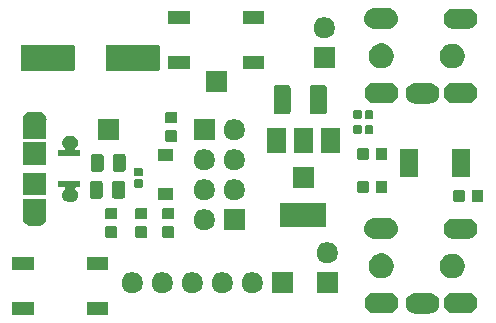
<source format=gbr>
G04 #@! TF.GenerationSoftware,KiCad,Pcbnew,5.1.6+dfsg1-1*
G04 #@! TF.CreationDate,2021-02-27T20:02:44-07:00*
G04 #@! TF.ProjectId,CurrentSensorV1,43757272-656e-4745-9365-6e736f725631,rev?*
G04 #@! TF.SameCoordinates,Original*
G04 #@! TF.FileFunction,Soldermask,Top*
G04 #@! TF.FilePolarity,Negative*
%FSLAX46Y46*%
G04 Gerber Fmt 4.6, Leading zero omitted, Abs format (unit mm)*
G04 Created by KiCad (PCBNEW 5.1.6+dfsg1-1) date 2021-02-27 20:02:44*
%MOMM*%
%LPD*%
G01*
G04 APERTURE LIST*
%ADD10C,0.100000*%
G04 APERTURE END LIST*
D10*
G36*
X141211000Y-91605001D02*
G01*
X139409002Y-91605001D01*
X139409002Y-90503001D01*
X141211000Y-90503001D01*
X141211000Y-91605001D01*
G37*
G36*
X134911003Y-91605001D02*
G01*
X133109005Y-91605001D01*
X133109005Y-90503001D01*
X134911003Y-90503001D01*
X134911003Y-91605001D01*
G37*
G36*
X168549684Y-89768955D02*
G01*
X168714815Y-89819047D01*
X168866993Y-89900388D01*
X169000383Y-90009857D01*
X169109852Y-90143247D01*
X169191193Y-90295425D01*
X169241285Y-90460556D01*
X169258198Y-90632280D01*
X169241285Y-90804004D01*
X169191193Y-90969135D01*
X169109852Y-91121313D01*
X169000383Y-91254703D01*
X168866993Y-91364172D01*
X168714815Y-91445513D01*
X168549684Y-91495605D01*
X168420992Y-91508280D01*
X167234928Y-91508280D01*
X167106236Y-91495605D01*
X166941105Y-91445513D01*
X166788927Y-91364172D01*
X166655537Y-91254703D01*
X166546068Y-91121313D01*
X166464727Y-90969135D01*
X166414635Y-90804004D01*
X166397722Y-90632280D01*
X166414635Y-90460556D01*
X166464727Y-90295425D01*
X166546068Y-90143247D01*
X166655537Y-90009857D01*
X166788927Y-89900388D01*
X166941105Y-89819047D01*
X167106236Y-89768955D01*
X167234928Y-89756280D01*
X168420992Y-89756280D01*
X168549684Y-89768955D01*
G37*
G36*
X165080044Y-89753715D02*
G01*
X165245175Y-89803807D01*
X165397353Y-89885148D01*
X165530743Y-89994617D01*
X165640212Y-90128007D01*
X165721553Y-90280185D01*
X165771645Y-90445316D01*
X165788558Y-90617040D01*
X165771645Y-90788764D01*
X165721553Y-90953895D01*
X165640212Y-91106073D01*
X165530743Y-91239463D01*
X165397353Y-91348932D01*
X165245175Y-91430273D01*
X165080044Y-91480365D01*
X164951352Y-91493040D01*
X163765288Y-91493040D01*
X163636596Y-91480365D01*
X163471465Y-91430273D01*
X163319287Y-91348932D01*
X163185897Y-91239463D01*
X163076428Y-91106073D01*
X162995087Y-90953895D01*
X162944995Y-90788764D01*
X162928082Y-90617040D01*
X162944995Y-90445316D01*
X162995087Y-90280185D01*
X163076428Y-90128007D01*
X163185897Y-89994617D01*
X163319287Y-89885148D01*
X163471465Y-89803807D01*
X163636596Y-89753715D01*
X163765288Y-89741040D01*
X164951352Y-89741040D01*
X165080044Y-89753715D01*
G37*
G36*
X171770404Y-89753715D02*
G01*
X171935535Y-89803807D01*
X172087713Y-89885148D01*
X172221103Y-89994617D01*
X172330572Y-90128007D01*
X172411913Y-90280185D01*
X172462005Y-90445316D01*
X172478918Y-90617040D01*
X172462005Y-90788764D01*
X172411913Y-90953895D01*
X172330572Y-91106073D01*
X172221103Y-91239463D01*
X172087713Y-91348932D01*
X171935535Y-91430273D01*
X171770404Y-91480365D01*
X171641712Y-91493040D01*
X170455648Y-91493040D01*
X170326956Y-91480365D01*
X170161825Y-91430273D01*
X170009647Y-91348932D01*
X169876257Y-91239463D01*
X169766788Y-91106073D01*
X169685447Y-90953895D01*
X169635355Y-90788764D01*
X169618442Y-90617040D01*
X169635355Y-90445316D01*
X169685447Y-90280185D01*
X169766788Y-90128007D01*
X169876257Y-89994617D01*
X170009647Y-89885148D01*
X170161825Y-89803807D01*
X170326956Y-89753715D01*
X170455648Y-89741040D01*
X171641712Y-89741040D01*
X171770404Y-89753715D01*
G37*
G36*
X148449512Y-88003927D02*
G01*
X148598812Y-88033624D01*
X148762784Y-88101544D01*
X148910354Y-88200147D01*
X149035853Y-88325646D01*
X149134456Y-88473216D01*
X149202376Y-88637188D01*
X149237000Y-88811259D01*
X149237000Y-88988741D01*
X149202376Y-89162812D01*
X149134456Y-89326784D01*
X149035853Y-89474354D01*
X148910354Y-89599853D01*
X148762784Y-89698456D01*
X148598812Y-89766376D01*
X148449512Y-89796073D01*
X148424742Y-89801000D01*
X148247258Y-89801000D01*
X148222488Y-89796073D01*
X148073188Y-89766376D01*
X147909216Y-89698456D01*
X147761646Y-89599853D01*
X147636147Y-89474354D01*
X147537544Y-89326784D01*
X147469624Y-89162812D01*
X147435000Y-88988741D01*
X147435000Y-88811259D01*
X147469624Y-88637188D01*
X147537544Y-88473216D01*
X147636147Y-88325646D01*
X147761646Y-88200147D01*
X147909216Y-88101544D01*
X148073188Y-88033624D01*
X148222488Y-88003927D01*
X148247258Y-87999000D01*
X148424742Y-87999000D01*
X148449512Y-88003927D01*
G37*
G36*
X145909512Y-88003927D02*
G01*
X146058812Y-88033624D01*
X146222784Y-88101544D01*
X146370354Y-88200147D01*
X146495853Y-88325646D01*
X146594456Y-88473216D01*
X146662376Y-88637188D01*
X146697000Y-88811259D01*
X146697000Y-88988741D01*
X146662376Y-89162812D01*
X146594456Y-89326784D01*
X146495853Y-89474354D01*
X146370354Y-89599853D01*
X146222784Y-89698456D01*
X146058812Y-89766376D01*
X145909512Y-89796073D01*
X145884742Y-89801000D01*
X145707258Y-89801000D01*
X145682488Y-89796073D01*
X145533188Y-89766376D01*
X145369216Y-89698456D01*
X145221646Y-89599853D01*
X145096147Y-89474354D01*
X144997544Y-89326784D01*
X144929624Y-89162812D01*
X144895000Y-88988741D01*
X144895000Y-88811259D01*
X144929624Y-88637188D01*
X144997544Y-88473216D01*
X145096147Y-88325646D01*
X145221646Y-88200147D01*
X145369216Y-88101544D01*
X145533188Y-88033624D01*
X145682488Y-88003927D01*
X145707258Y-87999000D01*
X145884742Y-87999000D01*
X145909512Y-88003927D01*
G37*
G36*
X143369512Y-88003927D02*
G01*
X143518812Y-88033624D01*
X143682784Y-88101544D01*
X143830354Y-88200147D01*
X143955853Y-88325646D01*
X144054456Y-88473216D01*
X144122376Y-88637188D01*
X144157000Y-88811259D01*
X144157000Y-88988741D01*
X144122376Y-89162812D01*
X144054456Y-89326784D01*
X143955853Y-89474354D01*
X143830354Y-89599853D01*
X143682784Y-89698456D01*
X143518812Y-89766376D01*
X143369512Y-89796073D01*
X143344742Y-89801000D01*
X143167258Y-89801000D01*
X143142488Y-89796073D01*
X142993188Y-89766376D01*
X142829216Y-89698456D01*
X142681646Y-89599853D01*
X142556147Y-89474354D01*
X142457544Y-89326784D01*
X142389624Y-89162812D01*
X142355000Y-88988741D01*
X142355000Y-88811259D01*
X142389624Y-88637188D01*
X142457544Y-88473216D01*
X142556147Y-88325646D01*
X142681646Y-88200147D01*
X142829216Y-88101544D01*
X142993188Y-88033624D01*
X143142488Y-88003927D01*
X143167258Y-87999000D01*
X143344742Y-87999000D01*
X143369512Y-88003927D01*
G37*
G36*
X160667000Y-89801000D02*
G01*
X158865000Y-89801000D01*
X158865000Y-87999000D01*
X160667000Y-87999000D01*
X160667000Y-89801000D01*
G37*
G36*
X150989512Y-88003927D02*
G01*
X151138812Y-88033624D01*
X151302784Y-88101544D01*
X151450354Y-88200147D01*
X151575853Y-88325646D01*
X151674456Y-88473216D01*
X151742376Y-88637188D01*
X151777000Y-88811259D01*
X151777000Y-88988741D01*
X151742376Y-89162812D01*
X151674456Y-89326784D01*
X151575853Y-89474354D01*
X151450354Y-89599853D01*
X151302784Y-89698456D01*
X151138812Y-89766376D01*
X150989512Y-89796073D01*
X150964742Y-89801000D01*
X150787258Y-89801000D01*
X150762488Y-89796073D01*
X150613188Y-89766376D01*
X150449216Y-89698456D01*
X150301646Y-89599853D01*
X150176147Y-89474354D01*
X150077544Y-89326784D01*
X150009624Y-89162812D01*
X149975000Y-88988741D01*
X149975000Y-88811259D01*
X150009624Y-88637188D01*
X150077544Y-88473216D01*
X150176147Y-88325646D01*
X150301646Y-88200147D01*
X150449216Y-88101544D01*
X150613188Y-88033624D01*
X150762488Y-88003927D01*
X150787258Y-87999000D01*
X150964742Y-87999000D01*
X150989512Y-88003927D01*
G37*
G36*
X153529512Y-88003927D02*
G01*
X153678812Y-88033624D01*
X153842784Y-88101544D01*
X153990354Y-88200147D01*
X154115853Y-88325646D01*
X154214456Y-88473216D01*
X154282376Y-88637188D01*
X154317000Y-88811259D01*
X154317000Y-88988741D01*
X154282376Y-89162812D01*
X154214456Y-89326784D01*
X154115853Y-89474354D01*
X153990354Y-89599853D01*
X153842784Y-89698456D01*
X153678812Y-89766376D01*
X153529512Y-89796073D01*
X153504742Y-89801000D01*
X153327258Y-89801000D01*
X153302488Y-89796073D01*
X153153188Y-89766376D01*
X152989216Y-89698456D01*
X152841646Y-89599853D01*
X152716147Y-89474354D01*
X152617544Y-89326784D01*
X152549624Y-89162812D01*
X152515000Y-88988741D01*
X152515000Y-88811259D01*
X152549624Y-88637188D01*
X152617544Y-88473216D01*
X152716147Y-88325646D01*
X152841646Y-88200147D01*
X152989216Y-88101544D01*
X153153188Y-88033624D01*
X153302488Y-88003927D01*
X153327258Y-87999000D01*
X153504742Y-87999000D01*
X153529512Y-88003927D01*
G37*
G36*
X156857000Y-89801000D02*
G01*
X155055000Y-89801000D01*
X155055000Y-87999000D01*
X156857000Y-87999000D01*
X156857000Y-89801000D01*
G37*
G36*
X170659284Y-86477149D02*
G01*
X170850553Y-86556375D01*
X170850555Y-86556376D01*
X171022693Y-86671395D01*
X171169085Y-86817787D01*
X171246973Y-86934354D01*
X171284105Y-86989927D01*
X171363331Y-87181196D01*
X171403720Y-87384244D01*
X171403720Y-87591276D01*
X171363331Y-87794324D01*
X171290417Y-87970355D01*
X171284104Y-87985595D01*
X171169085Y-88157733D01*
X171022693Y-88304125D01*
X170850555Y-88419144D01*
X170850554Y-88419145D01*
X170850553Y-88419145D01*
X170659284Y-88498371D01*
X170456236Y-88538760D01*
X170249204Y-88538760D01*
X170046156Y-88498371D01*
X169854887Y-88419145D01*
X169854886Y-88419145D01*
X169854885Y-88419144D01*
X169682747Y-88304125D01*
X169536355Y-88157733D01*
X169421336Y-87985595D01*
X169415023Y-87970355D01*
X169342109Y-87794324D01*
X169301720Y-87591276D01*
X169301720Y-87384244D01*
X169342109Y-87181196D01*
X169421335Y-86989927D01*
X169458468Y-86934354D01*
X169536355Y-86817787D01*
X169682747Y-86671395D01*
X169854885Y-86556376D01*
X169854887Y-86556375D01*
X170046156Y-86477149D01*
X170249204Y-86436760D01*
X170456236Y-86436760D01*
X170659284Y-86477149D01*
G37*
G36*
X164649644Y-86461909D02*
G01*
X164840913Y-86541135D01*
X164840915Y-86541136D01*
X165013053Y-86656155D01*
X165159445Y-86802547D01*
X165247516Y-86934354D01*
X165274465Y-86974687D01*
X165353691Y-87165956D01*
X165394080Y-87369004D01*
X165394080Y-87576036D01*
X165353691Y-87779084D01*
X165274465Y-87970353D01*
X165274464Y-87970355D01*
X165159445Y-88142493D01*
X165013053Y-88288885D01*
X164840915Y-88403904D01*
X164840914Y-88403905D01*
X164840913Y-88403905D01*
X164649644Y-88483131D01*
X164446596Y-88523520D01*
X164239564Y-88523520D01*
X164036516Y-88483131D01*
X163845247Y-88403905D01*
X163845246Y-88403905D01*
X163845245Y-88403904D01*
X163673107Y-88288885D01*
X163526715Y-88142493D01*
X163411696Y-87970355D01*
X163411695Y-87970353D01*
X163332469Y-87779084D01*
X163292080Y-87576036D01*
X163292080Y-87369004D01*
X163332469Y-87165956D01*
X163411695Y-86974687D01*
X163438645Y-86934354D01*
X163526715Y-86802547D01*
X163673107Y-86656155D01*
X163845245Y-86541136D01*
X163845247Y-86541135D01*
X164036516Y-86461909D01*
X164239564Y-86421520D01*
X164446596Y-86421520D01*
X164649644Y-86461909D01*
G37*
G36*
X141211000Y-87805004D02*
G01*
X139409002Y-87805004D01*
X139409002Y-86703004D01*
X141211000Y-86703004D01*
X141211000Y-87805004D01*
G37*
G36*
X134911003Y-87805004D02*
G01*
X133109005Y-87805004D01*
X133109005Y-86703004D01*
X134911003Y-86703004D01*
X134911003Y-87805004D01*
G37*
G36*
X159879512Y-85463927D02*
G01*
X160028812Y-85493624D01*
X160192784Y-85561544D01*
X160340354Y-85660147D01*
X160465853Y-85785646D01*
X160564456Y-85933216D01*
X160632376Y-86097188D01*
X160667000Y-86271259D01*
X160667000Y-86448741D01*
X160632376Y-86622812D01*
X160564456Y-86786784D01*
X160465853Y-86934354D01*
X160340354Y-87059853D01*
X160192784Y-87158456D01*
X160028812Y-87226376D01*
X159879512Y-87256073D01*
X159854742Y-87261000D01*
X159677258Y-87261000D01*
X159652488Y-87256073D01*
X159503188Y-87226376D01*
X159339216Y-87158456D01*
X159191646Y-87059853D01*
X159066147Y-86934354D01*
X158967544Y-86786784D01*
X158899624Y-86622812D01*
X158865000Y-86448741D01*
X158865000Y-86271259D01*
X158899624Y-86097188D01*
X158967544Y-85933216D01*
X159066147Y-85785646D01*
X159191646Y-85660147D01*
X159339216Y-85561544D01*
X159503188Y-85493624D01*
X159652488Y-85463927D01*
X159677258Y-85459000D01*
X159854742Y-85459000D01*
X159879512Y-85463927D01*
G37*
G36*
X171770404Y-83474835D02*
G01*
X171875142Y-83506607D01*
X171932048Y-83523869D01*
X171935535Y-83524927D01*
X172087713Y-83606268D01*
X172221103Y-83715737D01*
X172330572Y-83849127D01*
X172411913Y-84001305D01*
X172462005Y-84166436D01*
X172478918Y-84338160D01*
X172462005Y-84509884D01*
X172411913Y-84675015D01*
X172330572Y-84827193D01*
X172221103Y-84960583D01*
X172087713Y-85070052D01*
X171935535Y-85151393D01*
X171770404Y-85201485D01*
X171641712Y-85214160D01*
X170455648Y-85214160D01*
X170326956Y-85201485D01*
X170161825Y-85151393D01*
X170009647Y-85070052D01*
X169876257Y-84960583D01*
X169766788Y-84827193D01*
X169685447Y-84675015D01*
X169635355Y-84509884D01*
X169618442Y-84338160D01*
X169635355Y-84166436D01*
X169685447Y-84001305D01*
X169766788Y-83849127D01*
X169876257Y-83715737D01*
X170009647Y-83606268D01*
X170161825Y-83524927D01*
X170165313Y-83523869D01*
X170222218Y-83506607D01*
X170326956Y-83474835D01*
X170455648Y-83462160D01*
X171641712Y-83462160D01*
X171770404Y-83474835D01*
G37*
G36*
X165049564Y-83449435D02*
G01*
X165214695Y-83499527D01*
X165366873Y-83580868D01*
X165500263Y-83690337D01*
X165609732Y-83823727D01*
X165691073Y-83975905D01*
X165741165Y-84141036D01*
X165758078Y-84312760D01*
X165741165Y-84484484D01*
X165691073Y-84649615D01*
X165609732Y-84801793D01*
X165500263Y-84935183D01*
X165366873Y-85044652D01*
X165214695Y-85125993D01*
X165049564Y-85176085D01*
X164920872Y-85188760D01*
X163734808Y-85188760D01*
X163606116Y-85176085D01*
X163440985Y-85125993D01*
X163288807Y-85044652D01*
X163155417Y-84935183D01*
X163045948Y-84801793D01*
X162964607Y-84649615D01*
X162914515Y-84484484D01*
X162897602Y-84312760D01*
X162914515Y-84141036D01*
X162964607Y-83975905D01*
X163045948Y-83823727D01*
X163155417Y-83690337D01*
X163288807Y-83580868D01*
X163440985Y-83499527D01*
X163606116Y-83449435D01*
X163734808Y-83436760D01*
X164920872Y-83436760D01*
X165049564Y-83449435D01*
G37*
G36*
X146683591Y-84123085D02*
G01*
X146717569Y-84133393D01*
X146748890Y-84150134D01*
X146776339Y-84172661D01*
X146798866Y-84200110D01*
X146815607Y-84231431D01*
X146825915Y-84265409D01*
X146830000Y-84306890D01*
X146830000Y-84908110D01*
X146825915Y-84949591D01*
X146815607Y-84983569D01*
X146798866Y-85014890D01*
X146776339Y-85042339D01*
X146748890Y-85064866D01*
X146717569Y-85081607D01*
X146683591Y-85091915D01*
X146642110Y-85096000D01*
X145965890Y-85096000D01*
X145924409Y-85091915D01*
X145890431Y-85081607D01*
X145859110Y-85064866D01*
X145831661Y-85042339D01*
X145809134Y-85014890D01*
X145792393Y-84983569D01*
X145782085Y-84949591D01*
X145778000Y-84908110D01*
X145778000Y-84306890D01*
X145782085Y-84265409D01*
X145792393Y-84231431D01*
X145809134Y-84200110D01*
X145831661Y-84172661D01*
X145859110Y-84150134D01*
X145890431Y-84133393D01*
X145924409Y-84123085D01*
X145965890Y-84119000D01*
X146642110Y-84119000D01*
X146683591Y-84123085D01*
G37*
G36*
X144397591Y-84123085D02*
G01*
X144431569Y-84133393D01*
X144462890Y-84150134D01*
X144490339Y-84172661D01*
X144512866Y-84200110D01*
X144529607Y-84231431D01*
X144539915Y-84265409D01*
X144544000Y-84306890D01*
X144544000Y-84908110D01*
X144539915Y-84949591D01*
X144529607Y-84983569D01*
X144512866Y-85014890D01*
X144490339Y-85042339D01*
X144462890Y-85064866D01*
X144431569Y-85081607D01*
X144397591Y-85091915D01*
X144356110Y-85096000D01*
X143679890Y-85096000D01*
X143638409Y-85091915D01*
X143604431Y-85081607D01*
X143573110Y-85064866D01*
X143545661Y-85042339D01*
X143523134Y-85014890D01*
X143506393Y-84983569D01*
X143496085Y-84949591D01*
X143492000Y-84908110D01*
X143492000Y-84306890D01*
X143496085Y-84265409D01*
X143506393Y-84231431D01*
X143523134Y-84200110D01*
X143545661Y-84172661D01*
X143573110Y-84150134D01*
X143604431Y-84133393D01*
X143638409Y-84123085D01*
X143679890Y-84119000D01*
X144356110Y-84119000D01*
X144397591Y-84123085D01*
G37*
G36*
X141857591Y-84123085D02*
G01*
X141891569Y-84133393D01*
X141922890Y-84150134D01*
X141950339Y-84172661D01*
X141972866Y-84200110D01*
X141989607Y-84231431D01*
X141999915Y-84265409D01*
X142004000Y-84306890D01*
X142004000Y-84908110D01*
X141999915Y-84949591D01*
X141989607Y-84983569D01*
X141972866Y-85014890D01*
X141950339Y-85042339D01*
X141922890Y-85064866D01*
X141891569Y-85081607D01*
X141857591Y-85091915D01*
X141816110Y-85096000D01*
X141139890Y-85096000D01*
X141098409Y-85091915D01*
X141064431Y-85081607D01*
X141033110Y-85064866D01*
X141005661Y-85042339D01*
X140983134Y-85014890D01*
X140966393Y-84983569D01*
X140956085Y-84949591D01*
X140952000Y-84908110D01*
X140952000Y-84306890D01*
X140956085Y-84265409D01*
X140966393Y-84231431D01*
X140983134Y-84200110D01*
X141005661Y-84172661D01*
X141033110Y-84150134D01*
X141064431Y-84133393D01*
X141098409Y-84123085D01*
X141139890Y-84119000D01*
X141816110Y-84119000D01*
X141857591Y-84123085D01*
G37*
G36*
X152793000Y-84467000D02*
G01*
X150991000Y-84467000D01*
X150991000Y-82665000D01*
X152793000Y-82665000D01*
X152793000Y-84467000D01*
G37*
G36*
X149465512Y-82669927D02*
G01*
X149614812Y-82699624D01*
X149778784Y-82767544D01*
X149926354Y-82866147D01*
X150051853Y-82991646D01*
X150150456Y-83139216D01*
X150218376Y-83303188D01*
X150253000Y-83477259D01*
X150253000Y-83654741D01*
X150218376Y-83828812D01*
X150150456Y-83992784D01*
X150051853Y-84140354D01*
X149926354Y-84265853D01*
X149778784Y-84364456D01*
X149614812Y-84432376D01*
X149465512Y-84462073D01*
X149440742Y-84467000D01*
X149263258Y-84467000D01*
X149238488Y-84462073D01*
X149089188Y-84432376D01*
X148925216Y-84364456D01*
X148777646Y-84265853D01*
X148652147Y-84140354D01*
X148553544Y-83992784D01*
X148485624Y-83828812D01*
X148451000Y-83654741D01*
X148451000Y-83477259D01*
X148485624Y-83303188D01*
X148553544Y-83139216D01*
X148652147Y-82991646D01*
X148777646Y-82866147D01*
X148925216Y-82767544D01*
X149089188Y-82699624D01*
X149238488Y-82669927D01*
X149263258Y-82665000D01*
X149440742Y-82665000D01*
X149465512Y-82669927D01*
G37*
G36*
X159685000Y-84211000D02*
G01*
X155783000Y-84211000D01*
X155783000Y-82109000D01*
X159685000Y-82109000D01*
X159685000Y-84211000D01*
G37*
G36*
X135994000Y-83384886D02*
G01*
X135994602Y-83397138D01*
X135997149Y-83423000D01*
X135994602Y-83448862D01*
X135994000Y-83461114D01*
X135994000Y-83515008D01*
X135993382Y-83516164D01*
X135985563Y-83547376D01*
X135984580Y-83550616D01*
X135984580Y-83550618D01*
X135975403Y-83580869D01*
X135947354Y-83673336D01*
X135886906Y-83786425D01*
X135805554Y-83885554D01*
X135706425Y-83966906D01*
X135593336Y-84027354D01*
X135561404Y-84037040D01*
X135470618Y-84064580D01*
X135406855Y-84070860D01*
X135374974Y-84074000D01*
X134611026Y-84074000D01*
X134579145Y-84070860D01*
X134515382Y-84064580D01*
X134424596Y-84037040D01*
X134392664Y-84027354D01*
X134279575Y-83966906D01*
X134180446Y-83885554D01*
X134099094Y-83786425D01*
X134038646Y-83673336D01*
X134010597Y-83580869D01*
X134001420Y-83550618D01*
X134001420Y-83550616D01*
X133998162Y-83539876D01*
X133997723Y-83537672D01*
X133992000Y-83523869D01*
X133992000Y-83461114D01*
X133991398Y-83448862D01*
X133988851Y-83423000D01*
X133991398Y-83397138D01*
X133992000Y-83384886D01*
X133992000Y-81807000D01*
X135994000Y-81807000D01*
X135994000Y-83384886D01*
G37*
G36*
X144397591Y-82548085D02*
G01*
X144431569Y-82558393D01*
X144462890Y-82575134D01*
X144490339Y-82597661D01*
X144512866Y-82625110D01*
X144529607Y-82656431D01*
X144539915Y-82690409D01*
X144544000Y-82731890D01*
X144544000Y-83333110D01*
X144539915Y-83374591D01*
X144529607Y-83408569D01*
X144512866Y-83439890D01*
X144490339Y-83467339D01*
X144462890Y-83489866D01*
X144431569Y-83506607D01*
X144397591Y-83516915D01*
X144356110Y-83521000D01*
X143679890Y-83521000D01*
X143638409Y-83516915D01*
X143604431Y-83506607D01*
X143573110Y-83489866D01*
X143545661Y-83467339D01*
X143523134Y-83439890D01*
X143506393Y-83408569D01*
X143496085Y-83374591D01*
X143492000Y-83333110D01*
X143492000Y-82731890D01*
X143496085Y-82690409D01*
X143506393Y-82656431D01*
X143523134Y-82625110D01*
X143545661Y-82597661D01*
X143573110Y-82575134D01*
X143604431Y-82558393D01*
X143638409Y-82548085D01*
X143679890Y-82544000D01*
X144356110Y-82544000D01*
X144397591Y-82548085D01*
G37*
G36*
X141857591Y-82548085D02*
G01*
X141891569Y-82558393D01*
X141922890Y-82575134D01*
X141950339Y-82597661D01*
X141972866Y-82625110D01*
X141989607Y-82656431D01*
X141999915Y-82690409D01*
X142004000Y-82731890D01*
X142004000Y-83333110D01*
X141999915Y-83374591D01*
X141989607Y-83408569D01*
X141972866Y-83439890D01*
X141950339Y-83467339D01*
X141922890Y-83489866D01*
X141891569Y-83506607D01*
X141857591Y-83516915D01*
X141816110Y-83521000D01*
X141139890Y-83521000D01*
X141098409Y-83516915D01*
X141064431Y-83506607D01*
X141033110Y-83489866D01*
X141005661Y-83467339D01*
X140983134Y-83439890D01*
X140966393Y-83408569D01*
X140956085Y-83374591D01*
X140952000Y-83333110D01*
X140952000Y-82731890D01*
X140956085Y-82690409D01*
X140966393Y-82656431D01*
X140983134Y-82625110D01*
X141005661Y-82597661D01*
X141033110Y-82575134D01*
X141064431Y-82558393D01*
X141098409Y-82548085D01*
X141139890Y-82544000D01*
X141816110Y-82544000D01*
X141857591Y-82548085D01*
G37*
G36*
X146683591Y-82548085D02*
G01*
X146717569Y-82558393D01*
X146748890Y-82575134D01*
X146776339Y-82597661D01*
X146798866Y-82625110D01*
X146815607Y-82656431D01*
X146825915Y-82690409D01*
X146830000Y-82731890D01*
X146830000Y-83333110D01*
X146825915Y-83374591D01*
X146815607Y-83408569D01*
X146798866Y-83439890D01*
X146776339Y-83467339D01*
X146748890Y-83489866D01*
X146717569Y-83506607D01*
X146683591Y-83516915D01*
X146642110Y-83521000D01*
X145965890Y-83521000D01*
X145924409Y-83516915D01*
X145890431Y-83506607D01*
X145859110Y-83489866D01*
X145831661Y-83467339D01*
X145809134Y-83439890D01*
X145792393Y-83408569D01*
X145782085Y-83374591D01*
X145778000Y-83333110D01*
X145778000Y-82731890D01*
X145782085Y-82690409D01*
X145792393Y-82656431D01*
X145809134Y-82625110D01*
X145831661Y-82597661D01*
X145859110Y-82575134D01*
X145890431Y-82558393D01*
X145924409Y-82548085D01*
X145965890Y-82544000D01*
X146642110Y-82544000D01*
X146683591Y-82548085D01*
G37*
G36*
X172833591Y-81012085D02*
G01*
X172867569Y-81022393D01*
X172898890Y-81039134D01*
X172926339Y-81061661D01*
X172948866Y-81089110D01*
X172965607Y-81120431D01*
X172975915Y-81154409D01*
X172980000Y-81195890D01*
X172980000Y-81872110D01*
X172975915Y-81913591D01*
X172965607Y-81947569D01*
X172948866Y-81978890D01*
X172926339Y-82006339D01*
X172898890Y-82028866D01*
X172867569Y-82045607D01*
X172833591Y-82055915D01*
X172792110Y-82060000D01*
X172190890Y-82060000D01*
X172149409Y-82055915D01*
X172115431Y-82045607D01*
X172084110Y-82028866D01*
X172056661Y-82006339D01*
X172034134Y-81978890D01*
X172017393Y-81947569D01*
X172007085Y-81913591D01*
X172003000Y-81872110D01*
X172003000Y-81195890D01*
X172007085Y-81154409D01*
X172017393Y-81120431D01*
X172034134Y-81089110D01*
X172056661Y-81061661D01*
X172084110Y-81039134D01*
X172115431Y-81022393D01*
X172149409Y-81012085D01*
X172190890Y-81008000D01*
X172792110Y-81008000D01*
X172833591Y-81012085D01*
G37*
G36*
X171258591Y-81012085D02*
G01*
X171292569Y-81022393D01*
X171323890Y-81039134D01*
X171351339Y-81061661D01*
X171373866Y-81089110D01*
X171390607Y-81120431D01*
X171400915Y-81154409D01*
X171405000Y-81195890D01*
X171405000Y-81872110D01*
X171400915Y-81913591D01*
X171390607Y-81947569D01*
X171373866Y-81978890D01*
X171351339Y-82006339D01*
X171323890Y-82028866D01*
X171292569Y-82045607D01*
X171258591Y-82055915D01*
X171217110Y-82060000D01*
X170615890Y-82060000D01*
X170574409Y-82055915D01*
X170540431Y-82045607D01*
X170509110Y-82028866D01*
X170481661Y-82006339D01*
X170459134Y-81978890D01*
X170442393Y-81947569D01*
X170432085Y-81913591D01*
X170428000Y-81872110D01*
X170428000Y-81195890D01*
X170432085Y-81154409D01*
X170442393Y-81120431D01*
X170459134Y-81089110D01*
X170481661Y-81061661D01*
X170509110Y-81039134D01*
X170540431Y-81022393D01*
X170574409Y-81012085D01*
X170615890Y-81008000D01*
X171217110Y-81008000D01*
X171258591Y-81012085D01*
G37*
G36*
X138811200Y-80799025D02*
G01*
X138529061Y-80799025D01*
X138504675Y-80801427D01*
X138481226Y-80808540D01*
X138459615Y-80820091D01*
X138440673Y-80835636D01*
X138425128Y-80854578D01*
X138413577Y-80876189D01*
X138406464Y-80899638D01*
X138404062Y-80924024D01*
X138406464Y-80948410D01*
X138413577Y-80971859D01*
X138425128Y-80993470D01*
X138449759Y-81020646D01*
X138502264Y-81063736D01*
X138574244Y-81151443D01*
X138598001Y-81195890D01*
X138627728Y-81251505D01*
X138627729Y-81251508D01*
X138660666Y-81360084D01*
X138671787Y-81473000D01*
X138660666Y-81585916D01*
X138641487Y-81649138D01*
X138627728Y-81694495D01*
X138608429Y-81730601D01*
X138574244Y-81794557D01*
X138502264Y-81882264D01*
X138414557Y-81954244D01*
X138350601Y-81988429D01*
X138314495Y-82007728D01*
X138314492Y-82007729D01*
X138205916Y-82040666D01*
X138121298Y-82049000D01*
X137864702Y-82049000D01*
X137780084Y-82040666D01*
X137671508Y-82007729D01*
X137671505Y-82007728D01*
X137635399Y-81988429D01*
X137571443Y-81954244D01*
X137483736Y-81882264D01*
X137411756Y-81794557D01*
X137377571Y-81730601D01*
X137358272Y-81694495D01*
X137344513Y-81649138D01*
X137325334Y-81585916D01*
X137314213Y-81473000D01*
X137325334Y-81360084D01*
X137358271Y-81251508D01*
X137358272Y-81251505D01*
X137387999Y-81195890D01*
X137411756Y-81151443D01*
X137483736Y-81063736D01*
X137536242Y-81020645D01*
X137553565Y-81003322D01*
X137567178Y-80982948D01*
X137576556Y-80960309D01*
X137581336Y-80936276D01*
X137581336Y-80911772D01*
X137576556Y-80887739D01*
X137567178Y-80865100D01*
X137553564Y-80844725D01*
X137536237Y-80827398D01*
X137515863Y-80813785D01*
X137493224Y-80804407D01*
X137456939Y-80799025D01*
X136931200Y-80799025D01*
X136931200Y-80296975D01*
X138811200Y-80296975D01*
X138811200Y-80799025D01*
G37*
G36*
X152005512Y-80129927D02*
G01*
X152154812Y-80159624D01*
X152318784Y-80227544D01*
X152466354Y-80326147D01*
X152591853Y-80451646D01*
X152690456Y-80599216D01*
X152758376Y-80763188D01*
X152783150Y-80887739D01*
X152792805Y-80936276D01*
X152793000Y-80937259D01*
X152793000Y-81114741D01*
X152758376Y-81288812D01*
X152690456Y-81452784D01*
X152591853Y-81600354D01*
X152466354Y-81725853D01*
X152318784Y-81824456D01*
X152154812Y-81892376D01*
X152005512Y-81922073D01*
X151980742Y-81927000D01*
X151803258Y-81927000D01*
X151778488Y-81922073D01*
X151629188Y-81892376D01*
X151465216Y-81824456D01*
X151317646Y-81725853D01*
X151192147Y-81600354D01*
X151093544Y-81452784D01*
X151025624Y-81288812D01*
X150991000Y-81114741D01*
X150991000Y-80937259D01*
X150991196Y-80936276D01*
X151000850Y-80887739D01*
X151025624Y-80763188D01*
X151093544Y-80599216D01*
X151192147Y-80451646D01*
X151317646Y-80326147D01*
X151465216Y-80227544D01*
X151629188Y-80159624D01*
X151778488Y-80129927D01*
X151803258Y-80125000D01*
X151980742Y-80125000D01*
X152005512Y-80129927D01*
G37*
G36*
X149465512Y-80129927D02*
G01*
X149614812Y-80159624D01*
X149778784Y-80227544D01*
X149926354Y-80326147D01*
X150051853Y-80451646D01*
X150150456Y-80599216D01*
X150218376Y-80763188D01*
X150243150Y-80887739D01*
X150252805Y-80936276D01*
X150253000Y-80937259D01*
X150253000Y-81114741D01*
X150218376Y-81288812D01*
X150150456Y-81452784D01*
X150051853Y-81600354D01*
X149926354Y-81725853D01*
X149778784Y-81824456D01*
X149614812Y-81892376D01*
X149465512Y-81922073D01*
X149440742Y-81927000D01*
X149263258Y-81927000D01*
X149238488Y-81922073D01*
X149089188Y-81892376D01*
X148925216Y-81824456D01*
X148777646Y-81725853D01*
X148652147Y-81600354D01*
X148553544Y-81452784D01*
X148485624Y-81288812D01*
X148451000Y-81114741D01*
X148451000Y-80937259D01*
X148451196Y-80936276D01*
X148460850Y-80887739D01*
X148485624Y-80763188D01*
X148553544Y-80599216D01*
X148652147Y-80451646D01*
X148777646Y-80326147D01*
X148925216Y-80227544D01*
X149089188Y-80159624D01*
X149238488Y-80129927D01*
X149263258Y-80125000D01*
X149440742Y-80125000D01*
X149465512Y-80129927D01*
G37*
G36*
X146701000Y-81907000D02*
G01*
X145399000Y-81907000D01*
X145399000Y-80905000D01*
X146701000Y-80905000D01*
X146701000Y-81907000D01*
G37*
G36*
X142454968Y-80279565D02*
G01*
X142493638Y-80291296D01*
X142529277Y-80310346D01*
X142560517Y-80335983D01*
X142586154Y-80367223D01*
X142605204Y-80402862D01*
X142616935Y-80441532D01*
X142621500Y-80487888D01*
X142621500Y-81564112D01*
X142616935Y-81610468D01*
X142605204Y-81649138D01*
X142586154Y-81684777D01*
X142560517Y-81716017D01*
X142529277Y-81741654D01*
X142493638Y-81760704D01*
X142454968Y-81772435D01*
X142408612Y-81777000D01*
X141757388Y-81777000D01*
X141711032Y-81772435D01*
X141672362Y-81760704D01*
X141636723Y-81741654D01*
X141605483Y-81716017D01*
X141579846Y-81684777D01*
X141560796Y-81649138D01*
X141549065Y-81610468D01*
X141544500Y-81564112D01*
X141544500Y-80487888D01*
X141549065Y-80441532D01*
X141560796Y-80402862D01*
X141579846Y-80367223D01*
X141605483Y-80335983D01*
X141636723Y-80310346D01*
X141672362Y-80291296D01*
X141711032Y-80279565D01*
X141757388Y-80275000D01*
X142408612Y-80275000D01*
X142454968Y-80279565D01*
G37*
G36*
X140579968Y-80279565D02*
G01*
X140618638Y-80291296D01*
X140654277Y-80310346D01*
X140685517Y-80335983D01*
X140711154Y-80367223D01*
X140730204Y-80402862D01*
X140741935Y-80441532D01*
X140746500Y-80487888D01*
X140746500Y-81564112D01*
X140741935Y-81610468D01*
X140730204Y-81649138D01*
X140711154Y-81684777D01*
X140685517Y-81716017D01*
X140654277Y-81741654D01*
X140618638Y-81760704D01*
X140579968Y-81772435D01*
X140533612Y-81777000D01*
X139882388Y-81777000D01*
X139836032Y-81772435D01*
X139797362Y-81760704D01*
X139761723Y-81741654D01*
X139730483Y-81716017D01*
X139704846Y-81684777D01*
X139685796Y-81649138D01*
X139674065Y-81610468D01*
X139669500Y-81564112D01*
X139669500Y-80487888D01*
X139674065Y-80441532D01*
X139685796Y-80402862D01*
X139704846Y-80367223D01*
X139730483Y-80335983D01*
X139761723Y-80310346D01*
X139797362Y-80291296D01*
X139836032Y-80279565D01*
X139882388Y-80275000D01*
X140533612Y-80275000D01*
X140579968Y-80279565D01*
G37*
G36*
X135994000Y-81474000D02*
G01*
X133992000Y-81474000D01*
X133992000Y-79572000D01*
X135994000Y-79572000D01*
X135994000Y-81474000D01*
G37*
G36*
X164705591Y-80250085D02*
G01*
X164739569Y-80260393D01*
X164770890Y-80277134D01*
X164798339Y-80299661D01*
X164820866Y-80327110D01*
X164837607Y-80358431D01*
X164847915Y-80392409D01*
X164852000Y-80433890D01*
X164852000Y-81110110D01*
X164847915Y-81151591D01*
X164837607Y-81185569D01*
X164820866Y-81216890D01*
X164798339Y-81244339D01*
X164770890Y-81266866D01*
X164739569Y-81283607D01*
X164705591Y-81293915D01*
X164664110Y-81298000D01*
X164062890Y-81298000D01*
X164021409Y-81293915D01*
X163987431Y-81283607D01*
X163956110Y-81266866D01*
X163928661Y-81244339D01*
X163906134Y-81216890D01*
X163889393Y-81185569D01*
X163879085Y-81151591D01*
X163875000Y-81110110D01*
X163875000Y-80433890D01*
X163879085Y-80392409D01*
X163889393Y-80358431D01*
X163906134Y-80327110D01*
X163928661Y-80299661D01*
X163956110Y-80277134D01*
X163987431Y-80260393D01*
X164021409Y-80250085D01*
X164062890Y-80246000D01*
X164664110Y-80246000D01*
X164705591Y-80250085D01*
G37*
G36*
X163130591Y-80250085D02*
G01*
X163164569Y-80260393D01*
X163195890Y-80277134D01*
X163223339Y-80299661D01*
X163245866Y-80327110D01*
X163262607Y-80358431D01*
X163272915Y-80392409D01*
X163277000Y-80433890D01*
X163277000Y-81110110D01*
X163272915Y-81151591D01*
X163262607Y-81185569D01*
X163245866Y-81216890D01*
X163223339Y-81244339D01*
X163195890Y-81266866D01*
X163164569Y-81283607D01*
X163130591Y-81293915D01*
X163089110Y-81298000D01*
X162487890Y-81298000D01*
X162446409Y-81293915D01*
X162412431Y-81283607D01*
X162381110Y-81266866D01*
X162353661Y-81244339D01*
X162331134Y-81216890D01*
X162314393Y-81185569D01*
X162304085Y-81151591D01*
X162300000Y-81110110D01*
X162300000Y-80433890D01*
X162304085Y-80392409D01*
X162314393Y-80358431D01*
X162331134Y-80327110D01*
X162353661Y-80299661D01*
X162381110Y-80277134D01*
X162412431Y-80260393D01*
X162446409Y-80250085D01*
X162487890Y-80246000D01*
X163089110Y-80246000D01*
X163130591Y-80250085D01*
G37*
G36*
X158635000Y-80911000D02*
G01*
X156833000Y-80911000D01*
X156833000Y-79109000D01*
X158635000Y-79109000D01*
X158635000Y-80911000D01*
G37*
G36*
X144045938Y-80151716D02*
G01*
X144066557Y-80157971D01*
X144085553Y-80168124D01*
X144102208Y-80181792D01*
X144115876Y-80198447D01*
X144126029Y-80217443D01*
X144132284Y-80238062D01*
X144135000Y-80265640D01*
X144135000Y-80724360D01*
X144132284Y-80751938D01*
X144126029Y-80772557D01*
X144115876Y-80791553D01*
X144102208Y-80808208D01*
X144085553Y-80821876D01*
X144066557Y-80832029D01*
X144045938Y-80838284D01*
X144018360Y-80841000D01*
X143509640Y-80841000D01*
X143482062Y-80838284D01*
X143461443Y-80832029D01*
X143442447Y-80821876D01*
X143425792Y-80808208D01*
X143412124Y-80791553D01*
X143401971Y-80772557D01*
X143395716Y-80751938D01*
X143393000Y-80724360D01*
X143393000Y-80265640D01*
X143395716Y-80238062D01*
X143401971Y-80217443D01*
X143412124Y-80198447D01*
X143425792Y-80181792D01*
X143442447Y-80168124D01*
X143461443Y-80157971D01*
X143482062Y-80151716D01*
X143509640Y-80149000D01*
X144018360Y-80149000D01*
X144045938Y-80151716D01*
G37*
G36*
X167455295Y-77540323D02*
G01*
X167462310Y-77542451D01*
X167468776Y-77545908D01*
X167474442Y-77550558D01*
X167479092Y-77556224D01*
X167482549Y-77562690D01*
X167484677Y-77569705D01*
X167486000Y-77583140D01*
X167486000Y-77896860D01*
X167484677Y-77910295D01*
X167482549Y-77917309D01*
X167475190Y-77931077D01*
X167465813Y-77953716D01*
X167461033Y-77977749D01*
X167461033Y-78002253D01*
X167465814Y-78026286D01*
X167475190Y-78048923D01*
X167482549Y-78062691D01*
X167484677Y-78069705D01*
X167486000Y-78083140D01*
X167486000Y-78396860D01*
X167484677Y-78410295D01*
X167482549Y-78417309D01*
X167475190Y-78431077D01*
X167465813Y-78453716D01*
X167461033Y-78477749D01*
X167461033Y-78502253D01*
X167465814Y-78526286D01*
X167475190Y-78548923D01*
X167482549Y-78562691D01*
X167484677Y-78569705D01*
X167486000Y-78583140D01*
X167486000Y-78896860D01*
X167484677Y-78910295D01*
X167482549Y-78917309D01*
X167475190Y-78931077D01*
X167465813Y-78953716D01*
X167461033Y-78977749D01*
X167461033Y-79002253D01*
X167465814Y-79026286D01*
X167475190Y-79048923D01*
X167482549Y-79062691D01*
X167484677Y-79069705D01*
X167486000Y-79083140D01*
X167486000Y-79396860D01*
X167484677Y-79410295D01*
X167482549Y-79417309D01*
X167475190Y-79431077D01*
X167465813Y-79453716D01*
X167461033Y-79477749D01*
X167461033Y-79502253D01*
X167465814Y-79526286D01*
X167475190Y-79548923D01*
X167482549Y-79562691D01*
X167484677Y-79569705D01*
X167486000Y-79583140D01*
X167486000Y-79896860D01*
X167484677Y-79910295D01*
X167482549Y-79917310D01*
X167479092Y-79923776D01*
X167474442Y-79929442D01*
X167468776Y-79934092D01*
X167462310Y-79937549D01*
X167455295Y-79939677D01*
X167441860Y-79941000D01*
X165978140Y-79941000D01*
X165964705Y-79939677D01*
X165957690Y-79937549D01*
X165951224Y-79934092D01*
X165945558Y-79929442D01*
X165940908Y-79923776D01*
X165937451Y-79917310D01*
X165935323Y-79910295D01*
X165934000Y-79896860D01*
X165934000Y-79583140D01*
X165935323Y-79569705D01*
X165937451Y-79562691D01*
X165944810Y-79548923D01*
X165954187Y-79526284D01*
X165958967Y-79502251D01*
X165958967Y-79477747D01*
X165954186Y-79453714D01*
X165944810Y-79431077D01*
X165937451Y-79417309D01*
X165935323Y-79410295D01*
X165934000Y-79396860D01*
X165934000Y-79083140D01*
X165935323Y-79069705D01*
X165937451Y-79062691D01*
X165944810Y-79048923D01*
X165954187Y-79026284D01*
X165958967Y-79002251D01*
X165958967Y-78977747D01*
X165954186Y-78953714D01*
X165944810Y-78931077D01*
X165937451Y-78917309D01*
X165935323Y-78910295D01*
X165934000Y-78896860D01*
X165934000Y-78583140D01*
X165935323Y-78569705D01*
X165937451Y-78562691D01*
X165944810Y-78548923D01*
X165954187Y-78526284D01*
X165958967Y-78502251D01*
X165958967Y-78477747D01*
X165954186Y-78453714D01*
X165944810Y-78431077D01*
X165937451Y-78417309D01*
X165935323Y-78410295D01*
X165934000Y-78396860D01*
X165934000Y-78083140D01*
X165935323Y-78069705D01*
X165937451Y-78062691D01*
X165944810Y-78048923D01*
X165954187Y-78026284D01*
X165958967Y-78002251D01*
X165958967Y-77977747D01*
X165954186Y-77953714D01*
X165944810Y-77931077D01*
X165937451Y-77917309D01*
X165935323Y-77910295D01*
X165934000Y-77896860D01*
X165934000Y-77583140D01*
X165935323Y-77569705D01*
X165937451Y-77562690D01*
X165940908Y-77556224D01*
X165945558Y-77550558D01*
X165951224Y-77545908D01*
X165957690Y-77542451D01*
X165964705Y-77540323D01*
X165978140Y-77539000D01*
X167441860Y-77539000D01*
X167455295Y-77540323D01*
G37*
G36*
X171855295Y-77540323D02*
G01*
X171862310Y-77542451D01*
X171868776Y-77545908D01*
X171874442Y-77550558D01*
X171879092Y-77556224D01*
X171882549Y-77562690D01*
X171884677Y-77569705D01*
X171886000Y-77583140D01*
X171886000Y-77896860D01*
X171884677Y-77910295D01*
X171882549Y-77917309D01*
X171875190Y-77931077D01*
X171865813Y-77953716D01*
X171861033Y-77977749D01*
X171861033Y-78002253D01*
X171865814Y-78026286D01*
X171875190Y-78048923D01*
X171882549Y-78062691D01*
X171884677Y-78069705D01*
X171886000Y-78083140D01*
X171886000Y-78396860D01*
X171884677Y-78410295D01*
X171882549Y-78417309D01*
X171875190Y-78431077D01*
X171865813Y-78453716D01*
X171861033Y-78477749D01*
X171861033Y-78502253D01*
X171865814Y-78526286D01*
X171875190Y-78548923D01*
X171882549Y-78562691D01*
X171884677Y-78569705D01*
X171886000Y-78583140D01*
X171886000Y-78896860D01*
X171884677Y-78910295D01*
X171882549Y-78917309D01*
X171875190Y-78931077D01*
X171865813Y-78953716D01*
X171861033Y-78977749D01*
X171861033Y-79002253D01*
X171865814Y-79026286D01*
X171875190Y-79048923D01*
X171882549Y-79062691D01*
X171884677Y-79069705D01*
X171886000Y-79083140D01*
X171886000Y-79396860D01*
X171884677Y-79410295D01*
X171882549Y-79417309D01*
X171875190Y-79431077D01*
X171865813Y-79453716D01*
X171861033Y-79477749D01*
X171861033Y-79502253D01*
X171865814Y-79526286D01*
X171875190Y-79548923D01*
X171882549Y-79562691D01*
X171884677Y-79569705D01*
X171886000Y-79583140D01*
X171886000Y-79896860D01*
X171884677Y-79910295D01*
X171882549Y-79917310D01*
X171879092Y-79923776D01*
X171874442Y-79929442D01*
X171868776Y-79934092D01*
X171862310Y-79937549D01*
X171855295Y-79939677D01*
X171841860Y-79941000D01*
X170378140Y-79941000D01*
X170364705Y-79939677D01*
X170357690Y-79937549D01*
X170351224Y-79934092D01*
X170345558Y-79929442D01*
X170340908Y-79923776D01*
X170337451Y-79917310D01*
X170335323Y-79910295D01*
X170334000Y-79896860D01*
X170334000Y-79583140D01*
X170335323Y-79569705D01*
X170337451Y-79562691D01*
X170344810Y-79548923D01*
X170354187Y-79526284D01*
X170358967Y-79502251D01*
X170358967Y-79477747D01*
X170354186Y-79453714D01*
X170344810Y-79431077D01*
X170337451Y-79417309D01*
X170335323Y-79410295D01*
X170334000Y-79396860D01*
X170334000Y-79083140D01*
X170335323Y-79069705D01*
X170337451Y-79062691D01*
X170344810Y-79048923D01*
X170354187Y-79026284D01*
X170358967Y-79002251D01*
X170358967Y-78977747D01*
X170354186Y-78953714D01*
X170344810Y-78931077D01*
X170337451Y-78917309D01*
X170335323Y-78910295D01*
X170334000Y-78896860D01*
X170334000Y-78583140D01*
X170335323Y-78569705D01*
X170337451Y-78562691D01*
X170344810Y-78548923D01*
X170354187Y-78526284D01*
X170358967Y-78502251D01*
X170358967Y-78477747D01*
X170354186Y-78453714D01*
X170344810Y-78431077D01*
X170337451Y-78417309D01*
X170335323Y-78410295D01*
X170334000Y-78396860D01*
X170334000Y-78083140D01*
X170335323Y-78069705D01*
X170337451Y-78062691D01*
X170344810Y-78048923D01*
X170354187Y-78026284D01*
X170358967Y-78002251D01*
X170358967Y-77977747D01*
X170354186Y-77953714D01*
X170344810Y-77931077D01*
X170337451Y-77917309D01*
X170335323Y-77910295D01*
X170334000Y-77896860D01*
X170334000Y-77583140D01*
X170335323Y-77569705D01*
X170337451Y-77562690D01*
X170340908Y-77556224D01*
X170345558Y-77550558D01*
X170351224Y-77545908D01*
X170357690Y-77542451D01*
X170364705Y-77540323D01*
X170378140Y-77539000D01*
X171841860Y-77539000D01*
X171855295Y-77540323D01*
G37*
G36*
X144045938Y-79181716D02*
G01*
X144066557Y-79187971D01*
X144085553Y-79198124D01*
X144102208Y-79211792D01*
X144115876Y-79228447D01*
X144126029Y-79247443D01*
X144132284Y-79268062D01*
X144135000Y-79295640D01*
X144135000Y-79754360D01*
X144132284Y-79781938D01*
X144126029Y-79802557D01*
X144115876Y-79821553D01*
X144102208Y-79838208D01*
X144085553Y-79851876D01*
X144066557Y-79862029D01*
X144045938Y-79868284D01*
X144018360Y-79871000D01*
X143509640Y-79871000D01*
X143482062Y-79868284D01*
X143461443Y-79862029D01*
X143442447Y-79851876D01*
X143425792Y-79838208D01*
X143412124Y-79821553D01*
X143401971Y-79802557D01*
X143395716Y-79781938D01*
X143393000Y-79754360D01*
X143393000Y-79295640D01*
X143395716Y-79268062D01*
X143401971Y-79247443D01*
X143412124Y-79228447D01*
X143425792Y-79211792D01*
X143442447Y-79198124D01*
X143461443Y-79187971D01*
X143482062Y-79181716D01*
X143509640Y-79179000D01*
X144018360Y-79179000D01*
X144045938Y-79181716D01*
G37*
G36*
X140658468Y-77993565D02*
G01*
X140697138Y-78005296D01*
X140732777Y-78024346D01*
X140764017Y-78049983D01*
X140789654Y-78081223D01*
X140808704Y-78116862D01*
X140820435Y-78155532D01*
X140825000Y-78201888D01*
X140825000Y-79278112D01*
X140820435Y-79324468D01*
X140808704Y-79363138D01*
X140789654Y-79398777D01*
X140764017Y-79430017D01*
X140732777Y-79455654D01*
X140697138Y-79474704D01*
X140658468Y-79486435D01*
X140612112Y-79491000D01*
X139960888Y-79491000D01*
X139914532Y-79486435D01*
X139875862Y-79474704D01*
X139840223Y-79455654D01*
X139808983Y-79430017D01*
X139783346Y-79398777D01*
X139764296Y-79363138D01*
X139752565Y-79324468D01*
X139748000Y-79278112D01*
X139748000Y-78201888D01*
X139752565Y-78155532D01*
X139764296Y-78116862D01*
X139783346Y-78081223D01*
X139808983Y-78049983D01*
X139840223Y-78024346D01*
X139875862Y-78005296D01*
X139914532Y-77993565D01*
X139960888Y-77989000D01*
X140612112Y-77989000D01*
X140658468Y-77993565D01*
G37*
G36*
X142533468Y-77993565D02*
G01*
X142572138Y-78005296D01*
X142607777Y-78024346D01*
X142639017Y-78049983D01*
X142664654Y-78081223D01*
X142683704Y-78116862D01*
X142695435Y-78155532D01*
X142700000Y-78201888D01*
X142700000Y-79278112D01*
X142695435Y-79324468D01*
X142683704Y-79363138D01*
X142664654Y-79398777D01*
X142639017Y-79430017D01*
X142607777Y-79455654D01*
X142572138Y-79474704D01*
X142533468Y-79486435D01*
X142487112Y-79491000D01*
X141835888Y-79491000D01*
X141789532Y-79486435D01*
X141750862Y-79474704D01*
X141715223Y-79455654D01*
X141683983Y-79430017D01*
X141658346Y-79398777D01*
X141639296Y-79363138D01*
X141627565Y-79324468D01*
X141623000Y-79278112D01*
X141623000Y-78201888D01*
X141627565Y-78155532D01*
X141639296Y-78116862D01*
X141658346Y-78081223D01*
X141683983Y-78049983D01*
X141715223Y-78024346D01*
X141750862Y-78005296D01*
X141789532Y-77993565D01*
X141835888Y-77989000D01*
X142487112Y-77989000D01*
X142533468Y-77993565D01*
G37*
G36*
X149465512Y-77589927D02*
G01*
X149614812Y-77619624D01*
X149778784Y-77687544D01*
X149926354Y-77786147D01*
X150051853Y-77911646D01*
X150150456Y-78059216D01*
X150218376Y-78223188D01*
X150241710Y-78340500D01*
X150253000Y-78397258D01*
X150253000Y-78574742D01*
X150251225Y-78583665D01*
X150218376Y-78748812D01*
X150150456Y-78912784D01*
X150051853Y-79060354D01*
X149926354Y-79185853D01*
X149778784Y-79284456D01*
X149614812Y-79352376D01*
X149465512Y-79382073D01*
X149440742Y-79387000D01*
X149263258Y-79387000D01*
X149238488Y-79382073D01*
X149089188Y-79352376D01*
X148925216Y-79284456D01*
X148777646Y-79185853D01*
X148652147Y-79060354D01*
X148553544Y-78912784D01*
X148485624Y-78748812D01*
X148452775Y-78583665D01*
X148451000Y-78574742D01*
X148451000Y-78397258D01*
X148462290Y-78340500D01*
X148485624Y-78223188D01*
X148553544Y-78059216D01*
X148652147Y-77911646D01*
X148777646Y-77786147D01*
X148925216Y-77687544D01*
X149089188Y-77619624D01*
X149238488Y-77589927D01*
X149263258Y-77585000D01*
X149440742Y-77585000D01*
X149465512Y-77589927D01*
G37*
G36*
X152005512Y-77589927D02*
G01*
X152154812Y-77619624D01*
X152318784Y-77687544D01*
X152466354Y-77786147D01*
X152591853Y-77911646D01*
X152690456Y-78059216D01*
X152758376Y-78223188D01*
X152781710Y-78340500D01*
X152793000Y-78397258D01*
X152793000Y-78574742D01*
X152791225Y-78583665D01*
X152758376Y-78748812D01*
X152690456Y-78912784D01*
X152591853Y-79060354D01*
X152466354Y-79185853D01*
X152318784Y-79284456D01*
X152154812Y-79352376D01*
X152005512Y-79382073D01*
X151980742Y-79387000D01*
X151803258Y-79387000D01*
X151778488Y-79382073D01*
X151629188Y-79352376D01*
X151465216Y-79284456D01*
X151317646Y-79185853D01*
X151192147Y-79060354D01*
X151093544Y-78912784D01*
X151025624Y-78748812D01*
X150992775Y-78583665D01*
X150991000Y-78574742D01*
X150991000Y-78397258D01*
X151002290Y-78340500D01*
X151025624Y-78223188D01*
X151093544Y-78059216D01*
X151192147Y-77911646D01*
X151317646Y-77786147D01*
X151465216Y-77687544D01*
X151629188Y-77619624D01*
X151778488Y-77589927D01*
X151803258Y-77585000D01*
X151980742Y-77585000D01*
X152005512Y-77589927D01*
G37*
G36*
X135994000Y-78924000D02*
G01*
X133992000Y-78924000D01*
X133992000Y-77022000D01*
X135994000Y-77022000D01*
X135994000Y-78924000D01*
G37*
G36*
X146701000Y-78607000D02*
G01*
X145399000Y-78607000D01*
X145399000Y-77605000D01*
X146701000Y-77605000D01*
X146701000Y-78607000D01*
G37*
G36*
X164705591Y-77456085D02*
G01*
X164739569Y-77466393D01*
X164770890Y-77483134D01*
X164798339Y-77505661D01*
X164820866Y-77533110D01*
X164837607Y-77564431D01*
X164847915Y-77598409D01*
X164852000Y-77639890D01*
X164852000Y-78316110D01*
X164847915Y-78357591D01*
X164837607Y-78391569D01*
X164820866Y-78422890D01*
X164798339Y-78450339D01*
X164770890Y-78472866D01*
X164739569Y-78489607D01*
X164705591Y-78499915D01*
X164664110Y-78504000D01*
X164062890Y-78504000D01*
X164021409Y-78499915D01*
X163987431Y-78489607D01*
X163956110Y-78472866D01*
X163928661Y-78450339D01*
X163906134Y-78422890D01*
X163889393Y-78391569D01*
X163879085Y-78357591D01*
X163875000Y-78316110D01*
X163875000Y-77639890D01*
X163879085Y-77598409D01*
X163889393Y-77564431D01*
X163906134Y-77533110D01*
X163928661Y-77505661D01*
X163956110Y-77483134D01*
X163987431Y-77466393D01*
X164021409Y-77456085D01*
X164062890Y-77452000D01*
X164664110Y-77452000D01*
X164705591Y-77456085D01*
G37*
G36*
X163130591Y-77456085D02*
G01*
X163164569Y-77466393D01*
X163195890Y-77483134D01*
X163223339Y-77505661D01*
X163245866Y-77533110D01*
X163262607Y-77564431D01*
X163272915Y-77598409D01*
X163277000Y-77639890D01*
X163277000Y-78316110D01*
X163272915Y-78357591D01*
X163262607Y-78391569D01*
X163245866Y-78422890D01*
X163223339Y-78450339D01*
X163195890Y-78472866D01*
X163164569Y-78489607D01*
X163130591Y-78499915D01*
X163089110Y-78504000D01*
X162487890Y-78504000D01*
X162446409Y-78499915D01*
X162412431Y-78489607D01*
X162381110Y-78472866D01*
X162353661Y-78450339D01*
X162331134Y-78422890D01*
X162314393Y-78391569D01*
X162304085Y-78357591D01*
X162300000Y-78316110D01*
X162300000Y-77639890D01*
X162304085Y-77598409D01*
X162314393Y-77564431D01*
X162331134Y-77533110D01*
X162353661Y-77505661D01*
X162381110Y-77483134D01*
X162412431Y-77466393D01*
X162446409Y-77456085D01*
X162487890Y-77452000D01*
X163089110Y-77452000D01*
X163130591Y-77456085D01*
G37*
G36*
X138205916Y-76455334D02*
G01*
X138314492Y-76488271D01*
X138314495Y-76488272D01*
X138350601Y-76507571D01*
X138414557Y-76541756D01*
X138502264Y-76613736D01*
X138574244Y-76701443D01*
X138608429Y-76765399D01*
X138627728Y-76801505D01*
X138627729Y-76801508D01*
X138660666Y-76910084D01*
X138671787Y-77023000D01*
X138660666Y-77135916D01*
X138627729Y-77244492D01*
X138627728Y-77244495D01*
X138608429Y-77280601D01*
X138574244Y-77344557D01*
X138502264Y-77432264D01*
X138449758Y-77475355D01*
X138432435Y-77492678D01*
X138418822Y-77513052D01*
X138409444Y-77535691D01*
X138404664Y-77559724D01*
X138404664Y-77584228D01*
X138409444Y-77608261D01*
X138418822Y-77630900D01*
X138432436Y-77651275D01*
X138449763Y-77668602D01*
X138470137Y-77682215D01*
X138492776Y-77691593D01*
X138529061Y-77696975D01*
X138811200Y-77696975D01*
X138811200Y-78199025D01*
X136931200Y-78199025D01*
X136931200Y-77696975D01*
X137456939Y-77696975D01*
X137481325Y-77694573D01*
X137504774Y-77687460D01*
X137526385Y-77675909D01*
X137545327Y-77660364D01*
X137560872Y-77641422D01*
X137572423Y-77619811D01*
X137579536Y-77596362D01*
X137581938Y-77571976D01*
X137579536Y-77547590D01*
X137572423Y-77524141D01*
X137560872Y-77502530D01*
X137536241Y-77475354D01*
X137483736Y-77432264D01*
X137411756Y-77344557D01*
X137377571Y-77280601D01*
X137358272Y-77244495D01*
X137358271Y-77244492D01*
X137325334Y-77135916D01*
X137314213Y-77023000D01*
X137325334Y-76910084D01*
X137358271Y-76801508D01*
X137358272Y-76801505D01*
X137377571Y-76765399D01*
X137411756Y-76701443D01*
X137483736Y-76613736D01*
X137571443Y-76541756D01*
X137635399Y-76507571D01*
X137671505Y-76488272D01*
X137671508Y-76488271D01*
X137780084Y-76455334D01*
X137864702Y-76447000D01*
X138121298Y-76447000D01*
X138205916Y-76455334D01*
G37*
G36*
X160835000Y-77911000D02*
G01*
X159233000Y-77911000D01*
X159233000Y-75809000D01*
X160835000Y-75809000D01*
X160835000Y-77911000D01*
G37*
G36*
X158535000Y-77911000D02*
G01*
X156933000Y-77911000D01*
X156933000Y-75809000D01*
X158535000Y-75809000D01*
X158535000Y-77911000D01*
G37*
G36*
X156235000Y-77911000D02*
G01*
X154633000Y-77911000D01*
X154633000Y-75809000D01*
X156235000Y-75809000D01*
X156235000Y-77911000D01*
G37*
G36*
X146937591Y-75995085D02*
G01*
X146971569Y-76005393D01*
X147002890Y-76022134D01*
X147030339Y-76044661D01*
X147052866Y-76072110D01*
X147069607Y-76103431D01*
X147079915Y-76137409D01*
X147084000Y-76178890D01*
X147084000Y-76780110D01*
X147079915Y-76821591D01*
X147069607Y-76855569D01*
X147052866Y-76886890D01*
X147030339Y-76914339D01*
X147002890Y-76936866D01*
X146971569Y-76953607D01*
X146937591Y-76963915D01*
X146896110Y-76968000D01*
X146219890Y-76968000D01*
X146178409Y-76963915D01*
X146144431Y-76953607D01*
X146113110Y-76936866D01*
X146085661Y-76914339D01*
X146063134Y-76886890D01*
X146046393Y-76855569D01*
X146036085Y-76821591D01*
X146032000Y-76780110D01*
X146032000Y-76178890D01*
X146036085Y-76137409D01*
X146046393Y-76103431D01*
X146063134Y-76072110D01*
X146085661Y-76044661D01*
X146113110Y-76022134D01*
X146144431Y-76005393D01*
X146178409Y-75995085D01*
X146219890Y-75991000D01*
X146896110Y-75991000D01*
X146937591Y-75995085D01*
G37*
G36*
X151991490Y-75047138D02*
G01*
X152154812Y-75079624D01*
X152318784Y-75147544D01*
X152466354Y-75246147D01*
X152591853Y-75371646D01*
X152690456Y-75519216D01*
X152758376Y-75683188D01*
X152793000Y-75857259D01*
X152793000Y-76034741D01*
X152758376Y-76208812D01*
X152690456Y-76372784D01*
X152591853Y-76520354D01*
X152466354Y-76645853D01*
X152318784Y-76744456D01*
X152154812Y-76812376D01*
X152005512Y-76842073D01*
X151980742Y-76847000D01*
X151803258Y-76847000D01*
X151778488Y-76842073D01*
X151629188Y-76812376D01*
X151465216Y-76744456D01*
X151317646Y-76645853D01*
X151192147Y-76520354D01*
X151093544Y-76372784D01*
X151025624Y-76208812D01*
X150991000Y-76034741D01*
X150991000Y-75857259D01*
X151025624Y-75683188D01*
X151093544Y-75519216D01*
X151192147Y-75371646D01*
X151317646Y-75246147D01*
X151465216Y-75147544D01*
X151629188Y-75079624D01*
X151792510Y-75047138D01*
X151803258Y-75045000D01*
X151980742Y-75045000D01*
X151991490Y-75047138D01*
G37*
G36*
X150253000Y-76847000D02*
G01*
X148451000Y-76847000D01*
X148451000Y-75045000D01*
X150253000Y-75045000D01*
X150253000Y-76847000D01*
G37*
G36*
X142125000Y-76847000D02*
G01*
X140323000Y-76847000D01*
X140323000Y-75045000D01*
X142125000Y-75045000D01*
X142125000Y-76847000D01*
G37*
G36*
X135406855Y-74425140D02*
G01*
X135470618Y-74431420D01*
X135555484Y-74457164D01*
X135593336Y-74468646D01*
X135706425Y-74529094D01*
X135805554Y-74610446D01*
X135886906Y-74709575D01*
X135947354Y-74822664D01*
X135947355Y-74822668D01*
X135973165Y-74907751D01*
X135984909Y-74946468D01*
X135989251Y-74968291D01*
X135994000Y-74979755D01*
X135994000Y-75034886D01*
X135994602Y-75047138D01*
X135997149Y-75073000D01*
X135994602Y-75098862D01*
X135994000Y-75111114D01*
X135994000Y-76689000D01*
X133992000Y-76689000D01*
X133992000Y-75111114D01*
X133991398Y-75098862D01*
X133988851Y-75073000D01*
X133991398Y-75047138D01*
X133992000Y-75034886D01*
X133992000Y-74980992D01*
X133992618Y-74979836D01*
X134000437Y-74948624D01*
X134012836Y-74907751D01*
X134038645Y-74822668D01*
X134038646Y-74822664D01*
X134099094Y-74709575D01*
X134180446Y-74610446D01*
X134279575Y-74529094D01*
X134392664Y-74468646D01*
X134430516Y-74457164D01*
X134515382Y-74431420D01*
X134579145Y-74425140D01*
X134611026Y-74422000D01*
X135374974Y-74422000D01*
X135406855Y-74425140D01*
G37*
G36*
X163555938Y-75577716D02*
G01*
X163576557Y-75583971D01*
X163595553Y-75594124D01*
X163612208Y-75607792D01*
X163625876Y-75624447D01*
X163636029Y-75643443D01*
X163642284Y-75664062D01*
X163645000Y-75691640D01*
X163645000Y-76200360D01*
X163642284Y-76227938D01*
X163636029Y-76248557D01*
X163625876Y-76267553D01*
X163612208Y-76284208D01*
X163595553Y-76297876D01*
X163576557Y-76308029D01*
X163555938Y-76314284D01*
X163528360Y-76317000D01*
X163069640Y-76317000D01*
X163042062Y-76314284D01*
X163021443Y-76308029D01*
X163002447Y-76297876D01*
X162985792Y-76284208D01*
X162972124Y-76267553D01*
X162961971Y-76248557D01*
X162955716Y-76227938D01*
X162953000Y-76200360D01*
X162953000Y-75691640D01*
X162955716Y-75664062D01*
X162961971Y-75643443D01*
X162972124Y-75624447D01*
X162985792Y-75607792D01*
X163002447Y-75594124D01*
X163021443Y-75583971D01*
X163042062Y-75577716D01*
X163069640Y-75575000D01*
X163528360Y-75575000D01*
X163555938Y-75577716D01*
G37*
G36*
X162585938Y-75577716D02*
G01*
X162606557Y-75583971D01*
X162625553Y-75594124D01*
X162642208Y-75607792D01*
X162655876Y-75624447D01*
X162666029Y-75643443D01*
X162672284Y-75664062D01*
X162675000Y-75691640D01*
X162675000Y-76200360D01*
X162672284Y-76227938D01*
X162666029Y-76248557D01*
X162655876Y-76267553D01*
X162642208Y-76284208D01*
X162625553Y-76297876D01*
X162606557Y-76308029D01*
X162585938Y-76314284D01*
X162558360Y-76317000D01*
X162099640Y-76317000D01*
X162072062Y-76314284D01*
X162051443Y-76308029D01*
X162032447Y-76297876D01*
X162015792Y-76284208D01*
X162002124Y-76267553D01*
X161991971Y-76248557D01*
X161985716Y-76227938D01*
X161983000Y-76200360D01*
X161983000Y-75691640D01*
X161985716Y-75664062D01*
X161991971Y-75643443D01*
X162002124Y-75624447D01*
X162015792Y-75607792D01*
X162032447Y-75594124D01*
X162051443Y-75583971D01*
X162072062Y-75577716D01*
X162099640Y-75575000D01*
X162558360Y-75575000D01*
X162585938Y-75577716D01*
G37*
G36*
X146937591Y-74420085D02*
G01*
X146971569Y-74430393D01*
X147002890Y-74447134D01*
X147030339Y-74469661D01*
X147052866Y-74497110D01*
X147069607Y-74528431D01*
X147079915Y-74562409D01*
X147084000Y-74603890D01*
X147084000Y-75205110D01*
X147079915Y-75246591D01*
X147069607Y-75280569D01*
X147052866Y-75311890D01*
X147030339Y-75339339D01*
X147002890Y-75361866D01*
X146971569Y-75378607D01*
X146937591Y-75388915D01*
X146896110Y-75393000D01*
X146219890Y-75393000D01*
X146178409Y-75388915D01*
X146144431Y-75378607D01*
X146113110Y-75361866D01*
X146085661Y-75339339D01*
X146063134Y-75311890D01*
X146046393Y-75280569D01*
X146036085Y-75246591D01*
X146032000Y-75205110D01*
X146032000Y-74603890D01*
X146036085Y-74562409D01*
X146046393Y-74528431D01*
X146063134Y-74497110D01*
X146085661Y-74469661D01*
X146113110Y-74447134D01*
X146144431Y-74430393D01*
X146178409Y-74420085D01*
X146219890Y-74416000D01*
X146896110Y-74416000D01*
X146937591Y-74420085D01*
G37*
G36*
X163555938Y-74307716D02*
G01*
X163576557Y-74313971D01*
X163595553Y-74324124D01*
X163612208Y-74337792D01*
X163625876Y-74354447D01*
X163636029Y-74373443D01*
X163642284Y-74394062D01*
X163645000Y-74421640D01*
X163645000Y-74930360D01*
X163642284Y-74957938D01*
X163636029Y-74978557D01*
X163625876Y-74997553D01*
X163612208Y-75014208D01*
X163595553Y-75027876D01*
X163576557Y-75038029D01*
X163555938Y-75044284D01*
X163528360Y-75047000D01*
X163069640Y-75047000D01*
X163042062Y-75044284D01*
X163021443Y-75038029D01*
X163002447Y-75027876D01*
X162985792Y-75014208D01*
X162972124Y-74997553D01*
X162961971Y-74978557D01*
X162955716Y-74957938D01*
X162953000Y-74930360D01*
X162953000Y-74421640D01*
X162955716Y-74394062D01*
X162961971Y-74373443D01*
X162972124Y-74354447D01*
X162985792Y-74337792D01*
X163002447Y-74324124D01*
X163021443Y-74313971D01*
X163042062Y-74307716D01*
X163069640Y-74305000D01*
X163528360Y-74305000D01*
X163555938Y-74307716D01*
G37*
G36*
X162585938Y-74307716D02*
G01*
X162606557Y-74313971D01*
X162625553Y-74324124D01*
X162642208Y-74337792D01*
X162655876Y-74354447D01*
X162666029Y-74373443D01*
X162672284Y-74394062D01*
X162675000Y-74421640D01*
X162675000Y-74930360D01*
X162672284Y-74957938D01*
X162666029Y-74978557D01*
X162655876Y-74997553D01*
X162642208Y-75014208D01*
X162625553Y-75027876D01*
X162606557Y-75038029D01*
X162585938Y-75044284D01*
X162558360Y-75047000D01*
X162099640Y-75047000D01*
X162072062Y-75044284D01*
X162051443Y-75038029D01*
X162032447Y-75027876D01*
X162015792Y-75014208D01*
X162002124Y-74997553D01*
X161991971Y-74978557D01*
X161985716Y-74957938D01*
X161983000Y-74930360D01*
X161983000Y-74421640D01*
X161985716Y-74394062D01*
X161991971Y-74373443D01*
X162002124Y-74354447D01*
X162015792Y-74337792D01*
X162032447Y-74324124D01*
X162051443Y-74313971D01*
X162072062Y-74307716D01*
X162099640Y-74305000D01*
X162558360Y-74305000D01*
X162585938Y-74307716D01*
G37*
G36*
X159576811Y-72184271D02*
G01*
X159612603Y-72195129D01*
X159645595Y-72212763D01*
X159674508Y-72236492D01*
X159698237Y-72265405D01*
X159715871Y-72298397D01*
X159726729Y-72334189D01*
X159731000Y-72377555D01*
X159731000Y-74434445D01*
X159726729Y-74477811D01*
X159715871Y-74513603D01*
X159698237Y-74546595D01*
X159674508Y-74575508D01*
X159645595Y-74599237D01*
X159612603Y-74616871D01*
X159576811Y-74627729D01*
X159533445Y-74632000D01*
X158501555Y-74632000D01*
X158458189Y-74627729D01*
X158422397Y-74616871D01*
X158389405Y-74599237D01*
X158360492Y-74575508D01*
X158336763Y-74546595D01*
X158319129Y-74513603D01*
X158308271Y-74477811D01*
X158304000Y-74434445D01*
X158304000Y-72377555D01*
X158308271Y-72334189D01*
X158319129Y-72298397D01*
X158336763Y-72265405D01*
X158360492Y-72236492D01*
X158389405Y-72212763D01*
X158422397Y-72195129D01*
X158458189Y-72184271D01*
X158501555Y-72180000D01*
X159533445Y-72180000D01*
X159576811Y-72184271D01*
G37*
G36*
X156501811Y-72184271D02*
G01*
X156537603Y-72195129D01*
X156570595Y-72212763D01*
X156599508Y-72236492D01*
X156623237Y-72265405D01*
X156640871Y-72298397D01*
X156651729Y-72334189D01*
X156656000Y-72377555D01*
X156656000Y-74434445D01*
X156651729Y-74477811D01*
X156640871Y-74513603D01*
X156623237Y-74546595D01*
X156599508Y-74575508D01*
X156570595Y-74599237D01*
X156537603Y-74616871D01*
X156501811Y-74627729D01*
X156458445Y-74632000D01*
X155426555Y-74632000D01*
X155383189Y-74627729D01*
X155347397Y-74616871D01*
X155314405Y-74599237D01*
X155285492Y-74575508D01*
X155261763Y-74546595D01*
X155244129Y-74513603D01*
X155233271Y-74477811D01*
X155229000Y-74434445D01*
X155229000Y-72377555D01*
X155233271Y-72334189D01*
X155244129Y-72298397D01*
X155261763Y-72265405D01*
X155285492Y-72236492D01*
X155314405Y-72212763D01*
X155347397Y-72195129D01*
X155383189Y-72184271D01*
X155426555Y-72180000D01*
X156458445Y-72180000D01*
X156501811Y-72184271D01*
G37*
G36*
X168549684Y-71988955D02*
G01*
X168714815Y-72039047D01*
X168866993Y-72120388D01*
X169000383Y-72229857D01*
X169109852Y-72363247D01*
X169191193Y-72515425D01*
X169241285Y-72680556D01*
X169258198Y-72852280D01*
X169241285Y-73024004D01*
X169191193Y-73189135D01*
X169109852Y-73341313D01*
X169000383Y-73474703D01*
X168866993Y-73584172D01*
X168714815Y-73665513D01*
X168549684Y-73715605D01*
X168420992Y-73728280D01*
X167234928Y-73728280D01*
X167106236Y-73715605D01*
X166941105Y-73665513D01*
X166788927Y-73584172D01*
X166655537Y-73474703D01*
X166546068Y-73341313D01*
X166464727Y-73189135D01*
X166414635Y-73024004D01*
X166397722Y-72852280D01*
X166414635Y-72680556D01*
X166464727Y-72515425D01*
X166546068Y-72363247D01*
X166655537Y-72229857D01*
X166788927Y-72120388D01*
X166941105Y-72039047D01*
X167106236Y-71988955D01*
X167234928Y-71976280D01*
X168420992Y-71976280D01*
X168549684Y-71988955D01*
G37*
G36*
X171770404Y-71973715D02*
G01*
X171935535Y-72023807D01*
X172087713Y-72105148D01*
X172221103Y-72214617D01*
X172330572Y-72348007D01*
X172411913Y-72500185D01*
X172462005Y-72665316D01*
X172478918Y-72837040D01*
X172462005Y-73008764D01*
X172411913Y-73173895D01*
X172330572Y-73326073D01*
X172221103Y-73459463D01*
X172087713Y-73568932D01*
X171935535Y-73650273D01*
X171770404Y-73700365D01*
X171641712Y-73713040D01*
X170455648Y-73713040D01*
X170326956Y-73700365D01*
X170161825Y-73650273D01*
X170009647Y-73568932D01*
X169876257Y-73459463D01*
X169766788Y-73326073D01*
X169685447Y-73173895D01*
X169635355Y-73008764D01*
X169618442Y-72837040D01*
X169635355Y-72665316D01*
X169685447Y-72500185D01*
X169766788Y-72348007D01*
X169876257Y-72214617D01*
X170009647Y-72105148D01*
X170161825Y-72023807D01*
X170326956Y-71973715D01*
X170455648Y-71961040D01*
X171641712Y-71961040D01*
X171770404Y-71973715D01*
G37*
G36*
X165080044Y-71973715D02*
G01*
X165245175Y-72023807D01*
X165397353Y-72105148D01*
X165530743Y-72214617D01*
X165640212Y-72348007D01*
X165721553Y-72500185D01*
X165771645Y-72665316D01*
X165788558Y-72837040D01*
X165771645Y-73008764D01*
X165721553Y-73173895D01*
X165640212Y-73326073D01*
X165530743Y-73459463D01*
X165397353Y-73568932D01*
X165245175Y-73650273D01*
X165080044Y-73700365D01*
X164951352Y-73713040D01*
X163765288Y-73713040D01*
X163636596Y-73700365D01*
X163471465Y-73650273D01*
X163319287Y-73568932D01*
X163185897Y-73459463D01*
X163076428Y-73326073D01*
X162995087Y-73173895D01*
X162944995Y-73008764D01*
X162928082Y-72837040D01*
X162944995Y-72665316D01*
X162995087Y-72500185D01*
X163076428Y-72348007D01*
X163185897Y-72214617D01*
X163319287Y-72105148D01*
X163471465Y-72023807D01*
X163636596Y-71973715D01*
X163765288Y-71961040D01*
X164951352Y-71961040D01*
X165080044Y-71973715D01*
G37*
G36*
X151269000Y-72783000D02*
G01*
X149467000Y-72783000D01*
X149467000Y-70981000D01*
X151269000Y-70981000D01*
X151269000Y-72783000D01*
G37*
G36*
X145466536Y-68752800D02*
G01*
X145497738Y-68762265D01*
X145526486Y-68777631D01*
X145551687Y-68798313D01*
X145572369Y-68823514D01*
X145587735Y-68852262D01*
X145597200Y-68883464D01*
X145601000Y-68922046D01*
X145601000Y-70777954D01*
X145597200Y-70816536D01*
X145587735Y-70847738D01*
X145572369Y-70876486D01*
X145551687Y-70901687D01*
X145526486Y-70922369D01*
X145497738Y-70937735D01*
X145466536Y-70947200D01*
X145427954Y-70951000D01*
X141172046Y-70951000D01*
X141133464Y-70947200D01*
X141102262Y-70937735D01*
X141073514Y-70922369D01*
X141048313Y-70901687D01*
X141027631Y-70876486D01*
X141012265Y-70847738D01*
X141002800Y-70816536D01*
X140999000Y-70777954D01*
X140999000Y-68922046D01*
X141002800Y-68883464D01*
X141012265Y-68852262D01*
X141027631Y-68823514D01*
X141048313Y-68798313D01*
X141073514Y-68777631D01*
X141102262Y-68762265D01*
X141133464Y-68752800D01*
X141172046Y-68749000D01*
X145427954Y-68749000D01*
X145466536Y-68752800D01*
G37*
G36*
X138266536Y-68752800D02*
G01*
X138297738Y-68762265D01*
X138326486Y-68777631D01*
X138351687Y-68798313D01*
X138372369Y-68823514D01*
X138387735Y-68852262D01*
X138397200Y-68883464D01*
X138401000Y-68922046D01*
X138401000Y-70777954D01*
X138397200Y-70816536D01*
X138387735Y-70847738D01*
X138372369Y-70876486D01*
X138351687Y-70901687D01*
X138326486Y-70922369D01*
X138297738Y-70937735D01*
X138266536Y-70947200D01*
X138227954Y-70951000D01*
X133972046Y-70951000D01*
X133933464Y-70947200D01*
X133902262Y-70937735D01*
X133873514Y-70922369D01*
X133848313Y-70901687D01*
X133827631Y-70876486D01*
X133812265Y-70847738D01*
X133802800Y-70816536D01*
X133799000Y-70777954D01*
X133799000Y-68922046D01*
X133802800Y-68883464D01*
X133812265Y-68852262D01*
X133827631Y-68823514D01*
X133848313Y-68798313D01*
X133873514Y-68777631D01*
X133902262Y-68762265D01*
X133933464Y-68752800D01*
X133972046Y-68749000D01*
X138227954Y-68749000D01*
X138266536Y-68752800D01*
G37*
G36*
X154418995Y-70776996D02*
G01*
X152616997Y-70776996D01*
X152616997Y-69674996D01*
X154418995Y-69674996D01*
X154418995Y-70776996D01*
G37*
G36*
X148118998Y-70776996D02*
G01*
X146317000Y-70776996D01*
X146317000Y-69674996D01*
X148118998Y-69674996D01*
X148118998Y-70776996D01*
G37*
G36*
X170659284Y-68697149D02*
G01*
X170816488Y-68762265D01*
X170850555Y-68776376D01*
X170852433Y-68777631D01*
X171022693Y-68891395D01*
X171169085Y-69037787D01*
X171284105Y-69209927D01*
X171363331Y-69401196D01*
X171403720Y-69604244D01*
X171403720Y-69811276D01*
X171363331Y-70014324D01*
X171290417Y-70190355D01*
X171284104Y-70205595D01*
X171169085Y-70377733D01*
X171022693Y-70524125D01*
X170850555Y-70639144D01*
X170850554Y-70639145D01*
X170850553Y-70639145D01*
X170659284Y-70718371D01*
X170456236Y-70758760D01*
X170249204Y-70758760D01*
X170046156Y-70718371D01*
X169854887Y-70639145D01*
X169854886Y-70639145D01*
X169854885Y-70639144D01*
X169682747Y-70524125D01*
X169536355Y-70377733D01*
X169421336Y-70205595D01*
X169415023Y-70190355D01*
X169342109Y-70014324D01*
X169301720Y-69811276D01*
X169301720Y-69604244D01*
X169342109Y-69401196D01*
X169421335Y-69209927D01*
X169536355Y-69037787D01*
X169682747Y-68891395D01*
X169853007Y-68777631D01*
X169854885Y-68776376D01*
X169888952Y-68762265D01*
X170046156Y-68697149D01*
X170249204Y-68656760D01*
X170456236Y-68656760D01*
X170659284Y-68697149D01*
G37*
G36*
X160413000Y-70751000D02*
G01*
X158611000Y-70751000D01*
X158611000Y-68949000D01*
X160413000Y-68949000D01*
X160413000Y-70751000D01*
G37*
G36*
X164649644Y-68681909D02*
G01*
X164840913Y-68761135D01*
X164840915Y-68761136D01*
X164977295Y-68852262D01*
X165013053Y-68876155D01*
X165159445Y-69022547D01*
X165274465Y-69194687D01*
X165353691Y-69385956D01*
X165394080Y-69589004D01*
X165394080Y-69796036D01*
X165353691Y-69999084D01*
X165274465Y-70190353D01*
X165274464Y-70190355D01*
X165159445Y-70362493D01*
X165013053Y-70508885D01*
X164840915Y-70623904D01*
X164840914Y-70623905D01*
X164840913Y-70623905D01*
X164649644Y-70703131D01*
X164446596Y-70743520D01*
X164239564Y-70743520D01*
X164036516Y-70703131D01*
X163845247Y-70623905D01*
X163845246Y-70623905D01*
X163845245Y-70623904D01*
X163673107Y-70508885D01*
X163526715Y-70362493D01*
X163411696Y-70190355D01*
X163411695Y-70190353D01*
X163332469Y-69999084D01*
X163292080Y-69796036D01*
X163292080Y-69589004D01*
X163332469Y-69385956D01*
X163411695Y-69194687D01*
X163526715Y-69022547D01*
X163673107Y-68876155D01*
X163708865Y-68852262D01*
X163845245Y-68761136D01*
X163845247Y-68761135D01*
X164036516Y-68681909D01*
X164239564Y-68641520D01*
X164446596Y-68641520D01*
X164649644Y-68681909D01*
G37*
G36*
X159625512Y-66413927D02*
G01*
X159774812Y-66443624D01*
X159938784Y-66511544D01*
X160086354Y-66610147D01*
X160211853Y-66735646D01*
X160310456Y-66883216D01*
X160378376Y-67047188D01*
X160413000Y-67221259D01*
X160413000Y-67398741D01*
X160378376Y-67572812D01*
X160310456Y-67736784D01*
X160211853Y-67884354D01*
X160086354Y-68009853D01*
X159938784Y-68108456D01*
X159774812Y-68176376D01*
X159625512Y-68206073D01*
X159600742Y-68211000D01*
X159423258Y-68211000D01*
X159398488Y-68206073D01*
X159249188Y-68176376D01*
X159085216Y-68108456D01*
X158937646Y-68009853D01*
X158812147Y-67884354D01*
X158713544Y-67736784D01*
X158645624Y-67572812D01*
X158611000Y-67398741D01*
X158611000Y-67221259D01*
X158645624Y-67047188D01*
X158713544Y-66883216D01*
X158812147Y-66735646D01*
X158937646Y-66610147D01*
X159085216Y-66511544D01*
X159249188Y-66443624D01*
X159398488Y-66413927D01*
X159423258Y-66409000D01*
X159600742Y-66409000D01*
X159625512Y-66413927D01*
G37*
G36*
X171770404Y-65694835D02*
G01*
X171935535Y-65744927D01*
X172087713Y-65826268D01*
X172221103Y-65935737D01*
X172330572Y-66069127D01*
X172411913Y-66221305D01*
X172462005Y-66386436D01*
X172478918Y-66558160D01*
X172462005Y-66729884D01*
X172411913Y-66895015D01*
X172330572Y-67047193D01*
X172221103Y-67180583D01*
X172087713Y-67290052D01*
X171935535Y-67371393D01*
X171770404Y-67421485D01*
X171641712Y-67434160D01*
X170455648Y-67434160D01*
X170326956Y-67421485D01*
X170161825Y-67371393D01*
X170009647Y-67290052D01*
X169876257Y-67180583D01*
X169766788Y-67047193D01*
X169685447Y-66895015D01*
X169635355Y-66729884D01*
X169618442Y-66558160D01*
X169635355Y-66386436D01*
X169685447Y-66221305D01*
X169766788Y-66069127D01*
X169876257Y-65935737D01*
X170009647Y-65826268D01*
X170161825Y-65744927D01*
X170326956Y-65694835D01*
X170455648Y-65682160D01*
X171641712Y-65682160D01*
X171770404Y-65694835D01*
G37*
G36*
X165049564Y-65669435D02*
G01*
X165214695Y-65719527D01*
X165366873Y-65800868D01*
X165500263Y-65910337D01*
X165609732Y-66043727D01*
X165691073Y-66195905D01*
X165741165Y-66361036D01*
X165758078Y-66532760D01*
X165741165Y-66704484D01*
X165691073Y-66869615D01*
X165609732Y-67021793D01*
X165500263Y-67155183D01*
X165366873Y-67264652D01*
X165214695Y-67345993D01*
X165049564Y-67396085D01*
X164920872Y-67408760D01*
X163734808Y-67408760D01*
X163606116Y-67396085D01*
X163440985Y-67345993D01*
X163288807Y-67264652D01*
X163155417Y-67155183D01*
X163045948Y-67021793D01*
X162964607Y-66869615D01*
X162914515Y-66704484D01*
X162897602Y-66532760D01*
X162914515Y-66361036D01*
X162964607Y-66195905D01*
X163045948Y-66043727D01*
X163155417Y-65910337D01*
X163288807Y-65800868D01*
X163440985Y-65719527D01*
X163606116Y-65669435D01*
X163734808Y-65656760D01*
X164920872Y-65656760D01*
X165049564Y-65669435D01*
G37*
G36*
X148118998Y-66976999D02*
G01*
X146317000Y-66976999D01*
X146317000Y-65874999D01*
X148118998Y-65874999D01*
X148118998Y-66976999D01*
G37*
G36*
X154418995Y-66976999D02*
G01*
X152616997Y-66976999D01*
X152616997Y-65874999D01*
X154418995Y-65874999D01*
X154418995Y-66976999D01*
G37*
M02*

</source>
